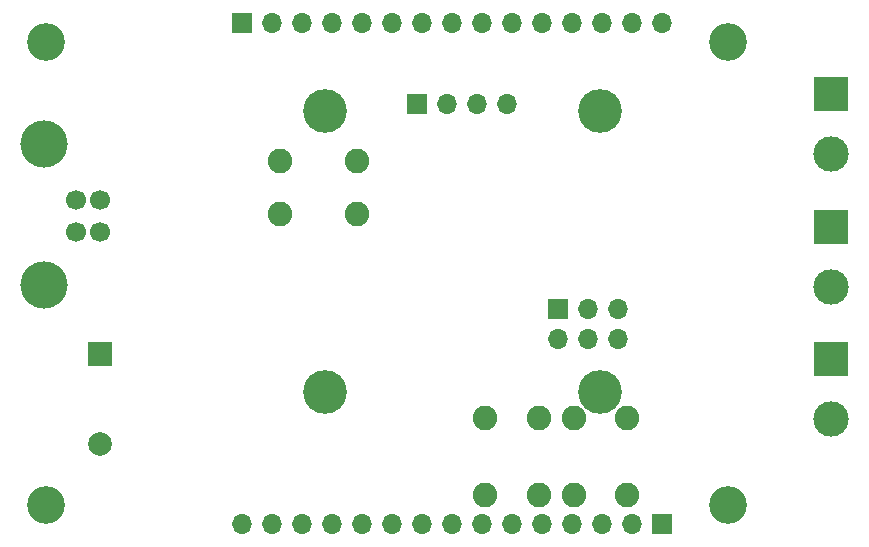
<source format=gbr>
%TF.GenerationSoftware,KiCad,Pcbnew,(5.1.9)-1*%
%TF.CreationDate,2021-06-02T07:50:45+02:00*%
%TF.ProjectId,MyReflowController,4d795265-666c-46f7-9743-6f6e74726f6c,rev?*%
%TF.SameCoordinates,Original*%
%TF.FileFunction,Soldermask,Bot*%
%TF.FilePolarity,Negative*%
%FSLAX46Y46*%
G04 Gerber Fmt 4.6, Leading zero omitted, Abs format (unit mm)*
G04 Created by KiCad (PCBNEW (5.1.9)-1) date 2021-06-02 07:50:45*
%MOMM*%
%LPD*%
G01*
G04 APERTURE LIST*
%ADD10R,2.000000X2.000000*%
%ADD11C,2.000000*%
%ADD12C,3.700000*%
%ADD13R,1.700000X1.700000*%
%ADD14O,1.700000X1.700000*%
%ADD15R,3.000000X3.000000*%
%ADD16C,3.000000*%
%ADD17C,4.000000*%
%ADD18C,1.700000*%
%ADD19C,2.082800*%
%ADD20C,3.200000*%
G04 APERTURE END LIST*
D10*
%TO.C,BZ1*%
X38000000Y-54800000D03*
D11*
X38000000Y-62400000D03*
%TD*%
D12*
%TO.C,J5*%
X80350000Y-58000000D03*
X57050000Y-58000000D03*
X80350000Y-34200000D03*
X57050000Y-34200000D03*
D13*
X64844000Y-33688000D03*
D14*
X67384000Y-33688000D03*
X69924000Y-33688000D03*
X72464000Y-33688000D03*
%TD*%
D15*
%TO.C,J1*%
X99900000Y-32820000D03*
D16*
X99900000Y-37900000D03*
%TD*%
%TO.C,J2*%
X99900000Y-49180000D03*
D15*
X99900000Y-44100000D03*
%TD*%
D13*
%TO.C,J3*%
X76800000Y-51000000D03*
D14*
X76800000Y-53540000D03*
X79340000Y-51000000D03*
X79340000Y-53540000D03*
X81880000Y-51000000D03*
X81880000Y-53540000D03*
%TD*%
D15*
%TO.C,J4*%
X99900000Y-55220000D03*
D16*
X99900000Y-60300000D03*
%TD*%
D17*
%TO.C,J6*%
X33300000Y-37000000D03*
X33300000Y-49000000D03*
D18*
X38010000Y-41770000D03*
X38010000Y-44500000D03*
X36010000Y-41770000D03*
X36010000Y-44500000D03*
%TD*%
D13*
%TO.C,J7*%
X85600000Y-69200000D03*
D14*
X83060000Y-69200000D03*
X80520000Y-69200000D03*
X77980000Y-69200000D03*
X75440000Y-69200000D03*
X72900000Y-69200000D03*
X70360000Y-69200000D03*
X67820000Y-69200000D03*
X65280000Y-69200000D03*
X62740000Y-69200000D03*
X60200000Y-69200000D03*
X57660000Y-69200000D03*
X55120000Y-69200000D03*
X52580000Y-69200000D03*
X50040000Y-69200000D03*
%TD*%
%TO.C,J8*%
X85600000Y-26800000D03*
X83060000Y-26800000D03*
X80520000Y-26800000D03*
X77980000Y-26800000D03*
X75440000Y-26800000D03*
X72900000Y-26800000D03*
X70360000Y-26800000D03*
X67820000Y-26800000D03*
X65280000Y-26800000D03*
X62740000Y-26800000D03*
X60200000Y-26800000D03*
X57660000Y-26800000D03*
X55120000Y-26800000D03*
X52580000Y-26800000D03*
D13*
X50040000Y-26800000D03*
%TD*%
D19*
%TO.C,SW1*%
X82660600Y-60248800D03*
X82660600Y-66751200D03*
X78139400Y-60248800D03*
X78139400Y-66751200D03*
%TD*%
%TO.C,SW2*%
X59751200Y-42960600D03*
X53248800Y-42960600D03*
X59751200Y-38439400D03*
X53248800Y-38439400D03*
%TD*%
%TO.C,SW3*%
X75160600Y-60248800D03*
X75160600Y-66751200D03*
X70639400Y-60248800D03*
X70639400Y-66751200D03*
%TD*%
D20*
%TO.C,H1*%
X33400000Y-28400000D03*
%TD*%
%TO.C,H2*%
X33400000Y-67600000D03*
%TD*%
%TO.C,H3*%
X91200000Y-67600000D03*
%TD*%
%TO.C,H4*%
X91200000Y-28400000D03*
%TD*%
M02*

</source>
